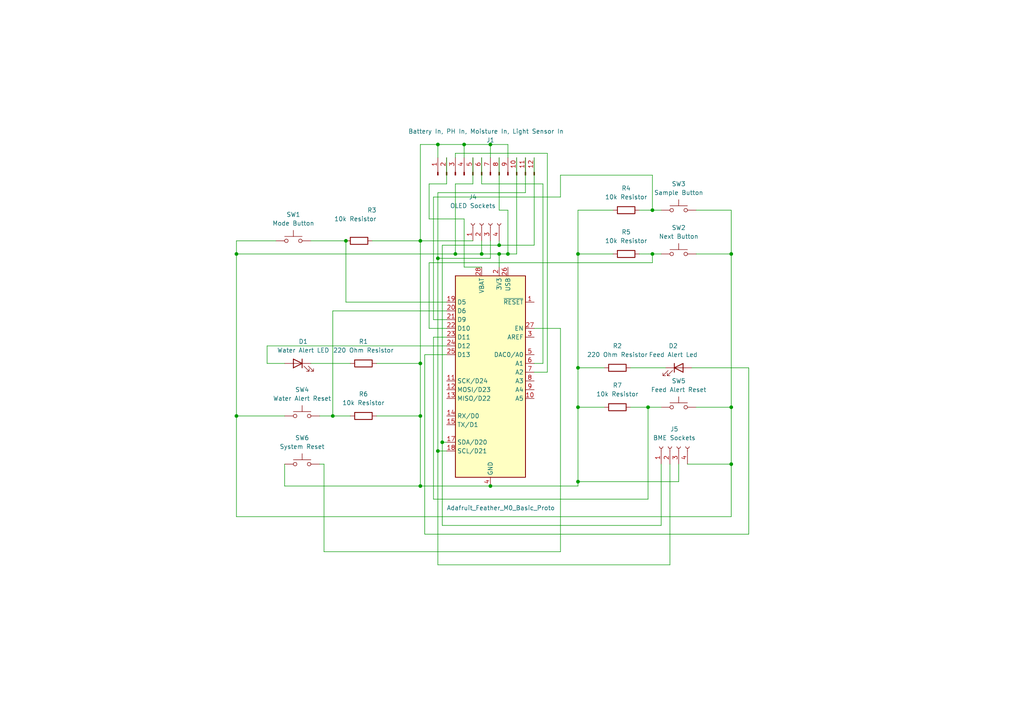
<source format=kicad_sch>
(kicad_sch (version 20230121) (generator eeschema)
  (paper "A4")
  (lib_symbols
    (symbol "Connector:Conn_01x04_Socket" (pin_names (offset 1.016) hide)
      (property "Reference" "J" (at 0 5.08 0))
      (property "Value" "Conn_01x04_Socket" (at 0 -7.62 0))
      (symbol "Conn_01x04_Socket_1_1"
        (arc (start 0 -4.572) (mid -0.5058 -5.08) (end 0 -5.588) (stroke (width 0.1524)))
        (arc (start 0 -2.032) (mid -0.5058 -2.54) (end 0 -3.048) (stroke (width 0.1524)))
        (polyline (pts (xy -1.27 -5.08) (xy -0.508 -5.08)) (stroke (width 0.1524)))
        (polyline (pts (xy -1.27 -2.54) (xy -0.508 -2.54)) (stroke (width 0.1524)))
        (polyline (pts (xy -1.27 0) (xy -0.508 0)) (stroke (width 0.1524)))
        (polyline (pts (xy -1.27 2.54) (xy -0.508 2.54)) (stroke (width 0.1524)))
        (arc (start 0 0.508) (mid -0.5058 0) (end 0 -0.508) (stroke (width 0.1524)))
        (arc (start 0 3.048) (mid -0.5058 2.54) (end 0 2.032) (stroke (width 0.1524)))
        (pin passive line (at -5.08 2.54 0) (length 3.81) (name "Pin_1") (number "1"))
        (pin passive line (at -5.08 0 0) (length 3.81) (name "Pin_2") (number "2"))
        (pin passive line (at -5.08 -2.54 0) (length 3.81) (name "Pin_3") (number "3"))
        (pin passive line (at -5.08 -5.08 0) (length 3.81) (name "Pin_4") (number "4"))
      )
    )
    (symbol "Connector:Conn_01x12_Pin" (pin_names (offset 1.016) hide)
      (property "Reference" "J" (at 0 15.24 0))
      (property "Value" "Conn_01x12_Pin" (at 0 -17.78 0))
      (symbol "Conn_01x12_Pin_1_1"
        (polyline (pts (xy 1.27 -15.24) (xy 0.8636 -15.24)) (stroke (width 0.1524)))
        (polyline (pts (xy 1.27 -12.7) (xy 0.8636 -12.7)) (stroke (width 0.1524)))
        (polyline (pts (xy 1.27 -10.16) (xy 0.8636 -10.16)) (stroke (width 0.1524)))
        (polyline (pts (xy 1.27 -7.62) (xy 0.8636 -7.62)) (stroke (width 0.1524)))
        (polyline (pts (xy 1.27 -5.08) (xy 0.8636 -5.08)) (stroke (width 0.1524)))
        (polyline (pts (xy 1.27 -2.54) (xy 0.8636 -2.54)) (stroke (width 0.1524)))
        (polyline (pts (xy 1.27 0) (xy 0.8636 0)) (stroke (width 0.1524)))
        (polyline (pts (xy 1.27 2.54) (xy 0.8636 2.54)) (stroke (width 0.1524)))
        (polyline (pts (xy 1.27 5.08) (xy 0.8636 5.08)) (stroke (width 0.1524)))
        (polyline (pts (xy 1.27 7.62) (xy 0.8636 7.62)) (stroke (width 0.1524)))
        (polyline (pts (xy 1.27 10.16) (xy 0.8636 10.16)) (stroke (width 0.1524)))
        (polyline (pts (xy 1.27 12.7) (xy 0.8636 12.7)) (stroke (width 0.1524)))
        (rectangle (start 0.8636 -15.113) (end 0 -15.367) (stroke (width 0.1524)) (fill (type outline)))
        (rectangle (start 0.8636 -12.573) (end 0 -12.827) (stroke (width 0.1524)) (fill (type outline)))
        (rectangle (start 0.8636 -10.033) (end 0 -10.287) (stroke (width 0.1524)) (fill (type outline)))
        (rectangle (start 0.8636 -7.493) (end 0 -7.747) (stroke (width 0.1524)) (fill (type outline)))
        (rectangle (start 0.8636 -4.953) (end 0 -5.207) (stroke (width 0.1524)) (fill (type outline)))
        (rectangle (start 0.8636 -2.413) (end 0 -2.667) (stroke (width 0.1524)) (fill (type outline)))
        (rectangle (start 0.8636 0.127) (end 0 -0.127) (stroke (width 0.1524)) (fill (type outline)))
        (rectangle (start 0.8636 2.667) (end 0 2.413) (stroke (width 0.1524)) (fill (type outline)))
        (rectangle (start 0.8636 5.207) (end 0 4.953) (stroke (width 0.1524)) (fill (type outline)))
        (rectangle (start 0.8636 7.747) (end 0 7.493) (stroke (width 0.1524)) (fill (type outline)))
        (rectangle (start 0.8636 10.287) (end 0 10.033) (stroke (width 0.1524)) (fill (type outline)))
        (rectangle (start 0.8636 12.827) (end 0 12.573) (stroke (width 0.1524)) (fill (type outline)))
        (pin passive line (at 5.08 12.7 180) (length 3.81) (name "Pin_1") (number "1"))
        (pin passive line (at 5.08 -10.16 180) (length 3.81) (name "Pin_10") (number "10"))
        (pin passive line (at 5.08 -12.7 180) (length 3.81) (name "Pin_11") (number "11"))
        (pin passive line (at 5.08 -15.24 180) (length 3.81) (name "Pin_12") (number "12"))
        (pin passive line (at 5.08 10.16 180) (length 3.81) (name "Pin_2") (number "2"))
        (pin passive line (at 5.08 7.62 180) (length 3.81) (name "Pin_3") (number "3"))
        (pin passive line (at 5.08 5.08 180) (length 3.81) (name "Pin_4") (number "4"))
        (pin passive line (at 5.08 2.54 180) (length 3.81) (name "Pin_5") (number "5"))
        (pin passive line (at 5.08 0 180) (length 3.81) (name "Pin_6") (number "6"))
        (pin passive line (at 5.08 -2.54 180) (length 3.81) (name "Pin_7") (number "7"))
        (pin passive line (at 5.08 -5.08 180) (length 3.81) (name "Pin_8") (number "8"))
        (pin passive line (at 5.08 -7.62 180) (length 3.81) (name "Pin_9") (number "9"))
      )
    )
    (symbol "Device:LED" (pin_numbers hide) (pin_names (offset 1.016) hide)
      (property "Reference" "D" (at 0 2.54 0))
      (property "Value" "LED" (at 0 -2.54 0))
      (symbol "LED_0_1"
        (polyline (pts (xy -1.27 -1.27) (xy -1.27 1.27)) (stroke (width 0.254)))
        (polyline (pts (xy -1.27 0) (xy 1.27 0)))
        (polyline (pts (xy 1.27 -1.27) (xy 1.27 1.27) (xy -1.27 0) (xy 1.27 -1.27)) (stroke (width 0.254)))
        (polyline (pts (xy -3.048 -0.762) (xy -4.572 -2.286) (xy -3.81 -2.286) (xy -4.572 -2.286) (xy -4.572 -1.524)))
        (polyline (pts (xy -1.778 -0.762) (xy -3.302 -2.286) (xy -2.54 -2.286) (xy -3.302 -2.286) (xy -3.302 -1.524)))
      )
      (symbol "LED_1_1"
        (pin passive line (at -3.81 0 0) (length 2.54) (name "K") (number "1"))
        (pin passive line (at 3.81 0 180) (length 2.54) (name "A") (number "2"))
      )
    )
    (symbol "Device:R" (pin_numbers hide) (pin_names (offset 0))
      (property "Reference" "R" (at 2.032 0 90))
      (property "Value" "R" (at 0 0 90))
      (symbol "R_0_1"
        (rectangle (start -1.016 -2.54) (end 1.016 2.54) (stroke (width 0.254)))
      )
      (symbol "R_1_1"
        (pin passive line (at 0 3.81 270) (length 1.27) (name "~") (number "1"))
        (pin passive line (at 0 -3.81 90) (length 1.27) (name "~") (number "2"))
      )
    )
    (symbol "MCU_Module:Adafruit_Feather_M0_Basic_Proto"
      (property "Reference" "A" (at -10.16 29.21 0))
      (property "Value" "Adafruit_Feather_M0_Basic_Proto" (at 2.54 -31.75 0))
      (symbol "Adafruit_Feather_M0_Basic_Proto_0_1"
        (rectangle (start -10.16 27.94) (end 10.16 -30.48) (stroke (width 0.254)) (fill (type background)))
      )
      (symbol "Adafruit_Feather_M0_Basic_Proto_1_1"
        (pin input line (at 12.7 20.32 180) (length 2.54) (name "~{RESET}") (number "1"))
        (pin bidirectional line (at 12.7 -7.62 180) (length 2.54) (name "A5") (number "10"))
        (pin bidirectional line (at -12.7 -2.54 0) (length 2.54) (name "SCK/D24") (number "11"))
        (pin bidirectional line (at -12.7 -5.08 0) (length 2.54) (name "MOSI/D23") (number "12"))
        (pin bidirectional line (at -12.7 -7.62 0) (length 2.54) (name "MISO/D22") (number "13"))
        (pin bidirectional line (at -12.7 -12.7 0) (length 2.54) (name "RX/D0") (number "14"))
        (pin bidirectional line (at -12.7 -15.24 0) (length 2.54) (name "TX/D1") (number "15"))
        (pin passive line (at 0 -33.02 90) (length 2.54) hide (name "GND") (number "16"))
        (pin bidirectional line (at -12.7 -20.32 0) (length 2.54) (name "SDA/D20") (number "17"))
        (pin bidirectional line (at -12.7 -22.86 0) (length 2.54) (name "SCL/D21") (number "18"))
        (pin bidirectional line (at -12.7 20.32 0) (length 2.54) (name "D5") (number "19"))
        (pin power_in line (at 2.54 30.48 270) (length 2.54) (name "3V3") (number "2"))
        (pin bidirectional line (at -12.7 17.78 0) (length 2.54) (name "D6") (number "20"))
        (pin bidirectional line (at -12.7 15.24 0) (length 2.54) (name "D9") (number "21"))
        (pin bidirectional line (at -12.7 12.7 0) (length 2.54) (name "D10") (number "22"))
        (pin bidirectional line (at -12.7 10.16 0) (length 2.54) (name "D11") (number "23"))
        (pin bidirectional line (at -12.7 7.62 0) (length 2.54) (name "D12") (number "24"))
        (pin bidirectional line (at -12.7 5.08 0) (length 2.54) (name "D13") (number "25"))
        (pin power_in line (at 5.08 30.48 270) (length 2.54) (name "USB") (number "26"))
        (pin input line (at 12.7 12.7 180) (length 2.54) (name "EN") (number "27"))
        (pin power_in line (at -2.54 30.48 270) (length 2.54) (name "VBAT") (number "28"))
        (pin input line (at 12.7 10.16 180) (length 2.54) (name "AREF") (number "3"))
        (pin power_in line (at 0 -33.02 90) (length 2.54) (name "GND") (number "4"))
        (pin bidirectional line (at 12.7 5.08 180) (length 2.54) (name "DAC0/A0") (number "5"))
        (pin bidirectional line (at 12.7 2.54 180) (length 2.54) (name "A1") (number "6"))
        (pin bidirectional line (at 12.7 0 180) (length 2.54) (name "A2") (number "7"))
        (pin bidirectional line (at 12.7 -2.54 180) (length 2.54) (name "A3") (number "8"))
        (pin bidirectional line (at 12.7 -5.08 180) (length 2.54) (name "A4") (number "9"))
      )
    )
    (symbol "Switch:SW_Push" (pin_numbers hide) (pin_names (offset 1.016) hide)
      (property "Reference" "SW" (at 1.27 2.54 0))
      (property "Value" "SW_Push" (at 0 -1.524 0))
      (symbol "SW_Push_0_1"
        (circle (center -2.032 0) (radius 0.508))
        (polyline (pts (xy 0 1.27) (xy 0 3.048)))
        (polyline (pts (xy 2.54 1.27) (xy -2.54 1.27)))
        (circle (center 2.032 0) (radius 0.508))
        (pin passive line (at -5.08 0 0) (length 2.54) (name "1") (number "1"))
        (pin passive line (at 5.08 0 180) (length 2.54) (name "2") (number "2"))
      )
    )
  )
  (junction (at 167.64 73.66))
  (junction (at 121.92 120.65))
  (junction (at 121.92 69.85))
  (junction (at 187.96 118.11))
  (junction (at 132.08 73.66))
  (junction (at 142.24 41.91))
  (junction (at 142.24 140.97))
  (junction (at 121.92 105.41))
  (junction (at 68.58 120.65))
  (junction (at 212.09 73.66))
  (junction (at 127 74.93))
  (junction (at 189.23 60.96))
  (junction (at 68.58 73.66))
  (junction (at 212.09 118.11))
  (junction (at 121.92 140.97))
  (junction (at 134.62 41.91))
  (junction (at 127 130.81))
  (junction (at 96.52 120.65))
  (junction (at 100.33 69.85))
  (junction (at 127 41.91))
  (junction (at 167.64 118.11))
  (junction (at 144.78 73.66))
  (junction (at 212.09 134.62))
  (junction (at 147.32 73.66))
  (junction (at 144.78 71.12))
  (junction (at 167.64 106.68))
  (junction (at 128.27 128.27))
  (junction (at 167.64 139.7))
  (junction (at 189.23 73.66))
  (junction (at 139.7 73.66))
  (wire (pts (xy 68.58 73.66) (xy 68.58 120.65)))
  (wire (pts (xy 185.42 73.66) (xy 189.23 73.66)))
  (wire (pts (xy 124.46 76.2) (xy 189.23 76.2)))
  (wire (pts (xy 147.32 60.96) (xy 147.32 73.66)))
  (wire (pts (xy 124.46 53.34) (xy 124.46 63.5)))
  (wire (pts (xy 142.24 69.85) (xy 142.24 74.93)))
  (wire (pts (xy 90.17 105.41) (xy 101.6 105.41)))
  (wire (pts (xy 162.56 57.15) (xy 125.73 57.15)))
  (wire (pts (xy 162.56 95.25) (xy 162.56 160.02)))
  (wire (pts (xy 134.62 63.5) (xy 134.62 77.47)))
  (wire (pts (xy 100.33 69.85) (xy 100.33 87.63)))
  (wire (pts (xy 167.64 73.66) (xy 177.8 73.66)))
  (wire (pts (xy 127 41.91) (xy 134.62 41.91)))
  (wire (pts (xy 123.19 154.94) (xy 217.17 154.94)))
  (wire (pts (xy 124.46 76.2) (xy 124.46 95.25)))
  (wire (pts (xy 123.19 102.87) (xy 123.19 154.94)))
  (wire (pts (xy 142.24 74.93) (xy 127 74.93)))
  (wire (pts (xy 144.78 77.47) (xy 144.78 73.66)))
  (wire (pts (xy 201.93 118.11) (xy 212.09 118.11)))
  (wire (pts (xy 127 74.93) (xy 127 130.81)))
  (wire (pts (xy 144.78 45.72) (xy 144.78 60.96)))
  (wire (pts (xy 68.58 69.85) (xy 68.58 73.66)))
  (wire (pts (xy 127 55.88) (xy 152.4 55.88)))
  (wire (pts (xy 128.27 128.27) (xy 128.27 71.12)))
  (wire (pts (xy 142.24 140.97) (xy 167.64 140.97)))
  (wire (pts (xy 154.94 45.72) (xy 154.94 71.12)))
  (wire (pts (xy 144.78 71.12) (xy 144.78 69.85)))
  (wire (pts (xy 144.78 73.66) (xy 139.7 73.66)))
  (wire (pts (xy 127 130.81) (xy 127 163.83)))
  (wire (pts (xy 182.88 118.11) (xy 187.96 118.11)))
  (wire (pts (xy 162.56 160.02) (xy 93.98 160.02)))
  (wire (pts (xy 217.17 106.68) (xy 200.66 106.68)))
  (wire (pts (xy 152.4 55.88) (xy 152.4 45.72)))
  (wire (pts (xy 107.95 69.85) (xy 121.92 69.85)))
  (wire (pts (xy 167.64 140.97) (xy 167.64 139.7)))
  (wire (pts (xy 201.93 73.66) (xy 212.09 73.66)))
  (wire (pts (xy 199.39 134.62) (xy 212.09 134.62)))
  (wire (pts (xy 149.86 73.66) (xy 147.32 73.66)))
  (wire (pts (xy 147.32 73.66) (xy 144.78 73.66)))
  (wire (pts (xy 121.92 41.91) (xy 121.92 69.85)))
  (wire (pts (xy 125.73 92.71) (xy 129.54 92.71)))
  (wire (pts (xy 212.09 73.66) (xy 212.09 60.96)))
  (wire (pts (xy 93.98 160.02) (xy 93.98 134.62)))
  (wire (pts (xy 77.47 100.33) (xy 77.47 105.41)))
  (wire (pts (xy 128.27 128.27) (xy 128.27 152.4)))
  (wire (pts (xy 124.46 63.5) (xy 134.62 63.5)))
  (wire (pts (xy 100.33 87.63) (xy 129.54 87.63)))
  (wire (pts (xy 121.92 120.65) (xy 121.92 105.41)))
  (wire (pts (xy 121.92 69.85) (xy 137.16 69.85)))
  (wire (pts (xy 162.56 50.8) (xy 162.56 57.15)))
  (wire (pts (xy 68.58 120.65) (xy 82.55 120.65)))
  (wire (pts (xy 127 130.81) (xy 129.54 130.81)))
  (wire (pts (xy 187.96 118.11) (xy 187.96 144.78)))
  (wire (pts (xy 189.23 60.96) (xy 189.23 50.8)))
  (wire (pts (xy 132.08 45.72) (xy 132.08 44.45)))
  (wire (pts (xy 167.64 106.68) (xy 167.64 118.11)))
  (wire (pts (xy 212.09 134.62) (xy 212.09 149.86)))
  (wire (pts (xy 132.08 53.34) (xy 132.08 73.66)))
  (wire (pts (xy 92.71 120.65) (xy 96.52 120.65)))
  (wire (pts (xy 182.88 106.68) (xy 193.04 106.68)))
  (wire (pts (xy 128.27 71.12) (xy 144.78 71.12)))
  (wire (pts (xy 217.17 154.94) (xy 217.17 106.68)))
  (wire (pts (xy 139.7 69.85) (xy 139.7 73.66)))
  (wire (pts (xy 187.96 118.11) (xy 191.77 118.11)))
  (wire (pts (xy 154.94 95.25) (xy 162.56 95.25)))
  (wire (pts (xy 96.52 90.17) (xy 96.52 120.65)))
  (wire (pts (xy 139.7 73.66) (xy 132.08 73.66)))
  (wire (pts (xy 167.64 60.96) (xy 177.8 60.96)))
  (wire (pts (xy 96.52 120.65) (xy 101.6 120.65)))
  (wire (pts (xy 147.32 45.72) (xy 147.32 41.91)))
  (wire (pts (xy 167.64 60.96) (xy 167.64 73.66)))
  (wire (pts (xy 189.23 50.8) (xy 162.56 50.8)))
  (wire (pts (xy 129.54 53.34) (xy 124.46 53.34)))
  (wire (pts (xy 134.62 41.91) (xy 134.62 45.72)))
  (wire (pts (xy 132.08 44.45) (xy 158.75 44.45)))
  (wire (pts (xy 149.86 45.72) (xy 149.86 73.66)))
  (wire (pts (xy 167.64 118.11) (xy 175.26 118.11)))
  (wire (pts (xy 189.23 73.66) (xy 191.77 73.66)))
  (wire (pts (xy 144.78 60.96) (xy 147.32 60.96)))
  (wire (pts (xy 137.16 45.72) (xy 137.16 53.34)))
  (wire (pts (xy 121.92 41.91) (xy 127 41.91)))
  (wire (pts (xy 127 163.83) (xy 194.31 163.83)))
  (wire (pts (xy 139.7 53.34) (xy 157.48 53.34)))
  (wire (pts (xy 191.77 152.4) (xy 191.77 134.62)))
  (wire (pts (xy 125.73 57.15) (xy 125.73 92.71)))
  (wire (pts (xy 77.47 100.33) (xy 129.54 100.33)))
  (wire (pts (xy 68.58 120.65) (xy 68.58 149.86)))
  (wire (pts (xy 82.55 134.62) (xy 82.55 140.97)))
  (wire (pts (xy 77.47 105.41) (xy 82.55 105.41)))
  (wire (pts (xy 68.58 69.85) (xy 80.01 69.85)))
  (wire (pts (xy 124.46 95.25) (xy 129.54 95.25)))
  (wire (pts (xy 109.22 120.65) (xy 121.92 120.65)))
  (wire (pts (xy 121.92 140.97) (xy 142.24 140.97)))
  (wire (pts (xy 82.55 140.97) (xy 121.92 140.97)))
  (wire (pts (xy 129.54 45.72) (xy 129.54 53.34)))
  (wire (pts (xy 128.27 152.4) (xy 191.77 152.4)))
  (wire (pts (xy 194.31 163.83) (xy 194.31 134.62)))
  (wire (pts (xy 127 74.93) (xy 127 55.88)))
  (wire (pts (xy 134.62 77.47) (xy 139.7 77.47)))
  (wire (pts (xy 121.92 140.97) (xy 121.92 120.65)))
  (wire (pts (xy 196.85 134.62) (xy 196.85 139.7)))
  (wire (pts (xy 90.17 69.85) (xy 100.33 69.85)))
  (wire (pts (xy 125.73 97.79) (xy 129.54 97.79)))
  (wire (pts (xy 139.7 45.72) (xy 139.7 53.34)))
  (wire (pts (xy 137.16 53.34) (xy 132.08 53.34)))
  (wire (pts (xy 144.78 71.12) (xy 154.94 71.12)))
  (wire (pts (xy 185.42 60.96) (xy 189.23 60.96)))
  (wire (pts (xy 189.23 60.96) (xy 191.77 60.96)))
  (wire (pts (xy 68.58 149.86) (xy 212.09 149.86)))
  (wire (pts (xy 196.85 139.7) (xy 167.64 139.7)))
  (wire (pts (xy 129.54 102.87) (xy 123.19 102.87)))
  (wire (pts (xy 158.75 107.95) (xy 154.94 107.95)))
  (wire (pts (xy 212.09 60.96) (xy 201.93 60.96)))
  (wire (pts (xy 125.73 144.78) (xy 125.73 97.79)))
  (wire (pts (xy 142.24 41.91) (xy 142.24 45.72)))
  (wire (pts (xy 93.98 134.62) (xy 92.71 134.62)))
  (wire (pts (xy 96.52 90.17) (xy 129.54 90.17)))
  (wire (pts (xy 109.22 105.41) (xy 121.92 105.41)))
  (wire (pts (xy 128.27 128.27) (xy 129.54 128.27)))
  (wire (pts (xy 212.09 73.66) (xy 212.09 118.11)))
  (wire (pts (xy 167.64 73.66) (xy 167.64 106.68)))
  (wire (pts (xy 142.24 41.91) (xy 134.62 41.91)))
  (wire (pts (xy 132.08 73.66) (xy 68.58 73.66)))
  (wire (pts (xy 147.32 41.91) (xy 142.24 41.91)))
  (wire (pts (xy 127 41.91) (xy 127 45.72)))
  (wire (pts (xy 157.48 105.41) (xy 154.94 105.41)))
  (wire (pts (xy 157.48 53.34) (xy 157.48 105.41)))
  (wire (pts (xy 158.75 44.45) (xy 158.75 107.95)))
  (wire (pts (xy 167.64 118.11) (xy 167.64 139.7)))
  (wire (pts (xy 121.92 69.85) (xy 121.92 105.41)))
  (wire (pts (xy 189.23 73.66) (xy 189.23 76.2)))
  (wire (pts (xy 187.96 144.78) (xy 125.73 144.78)))
  (wire (pts (xy 175.26 106.68) (xy 167.64 106.68)))
  (wire (pts (xy 212.09 134.62) (xy 212.09 118.11)))
  (symbol (lib_id "Switch:SW_Push") (at 196.85 60.96 0) (unit 1)
    (property "Reference" "SW3" (at 196.85 53.34 0))
    (property "Value" "Sample Button" (at 196.85 55.88 0))
    (property "Footprint" "Button_Switch_THT:SW_PUSH_6mm_H5mm" (effects hide))
  )
  (symbol (lib_id "Switch:SW_Push") (at 85.09 69.85 0) (unit 1)
    (property "Reference" "SW1" (at 85.09 62.23 0))
    (property "Value" "Mode Button" (at 85.09 64.77 0))
    (property "Footprint" "Button_Switch_THT:SW_PUSH_6mm_H5mm" (effects hide))
  )
  (symbol (lib_id "Device:R") (at 105.41 120.65 90) (unit 1)
    (property "Reference" "R6" (at 105.41 114.3 90))
    (property "Value" "10k Resistor" (at 105.41 116.84 90))
    (property "Footprint" "Resistor_THT:R_Axial_DIN0204_L3.6mm_D1.6mm_P5.08mm_Horizontal" (effects hide))
  )
  (symbol (lib_id "Switch:SW_Push") (at 196.85 73.66 0) (unit 1)
    (property "Reference" "SW2" (at 196.85 66.04 0))
    (property "Value" "Next Button" (at 196.85 68.58 0))
    (property "Footprint" "Button_Switch_THT:SW_PUSH_6mm_H5mm" (effects hide))
  )
  (symbol (lib_id "MCU_Module:Adafruit_Feather_M0_Basic_Proto") (at 142.24 107.95 0) (unit 1)
    (property "Reference" "A1" (effects hide))
    (property "Value" "Adafruit_Feather_M0_Basic_Proto" (at 129.54 147.32 0) (effects (justify left)))
    (property "Footprint" "Module:Adafruit_Feather" (effects hide))
    (property "Datasheet" "https://cdn-learn.adafruit.com/downloads/pdf/adafruit-feather-m0-basic-proto.pdf" (effects hide))
  )
  (symbol (lib_id "Device:R") (at 179.07 106.68 90) (unit 1)
    (property "Reference" "R2" (at 179.07 100.33 90))
    (property "Value" "220 Ohm Resistor" (at 179.07 102.87 90))
    (property "Footprint" "Resistor_THT:R_Axial_DIN0204_L3.6mm_D1.6mm_P5.08mm_Horizontal" (effects hide))
  )
  (symbol (lib_id "Device:R") (at 181.61 73.66 90) (unit 1)
    (property "Reference" "R5" (at 181.61 67.31 90))
    (property "Value" "10k Resistor" (at 181.61 69.85 90))
    (property "Footprint" "Resistor_THT:R_Axial_DIN0204_L3.6mm_D1.6mm_P5.08mm_Horizontal" (effects hide))
  )
  (symbol (lib_id "Switch:SW_Push") (at 196.85 118.11 0) (unit 1)
    (property "Reference" "SW5" (at 196.85 110.49 0))
    (property "Value" "Feed Alert Reset" (at 196.85 113.03 0))
    (property "Footprint" "Button_Switch_THT:SW_PUSH_6mm_H5mm" (effects hide))
  )
  (symbol (lib_id "Device:LED") (at 86.36 105.41 0) (mirror y) (unit 1)
    (property "Reference" "D1" (at 87.9475 99.06 0))
    (property "Value" "Water Alert LED" (at 87.9475 101.6 0))
    (property "Footprint" "LED_THT:LED_D3.0mm" (effects hide))
  )
  (symbol (lib_id "Switch:SW_Push") (at 87.63 120.65 0) (unit 1)
    (property "Reference" "SW4" (at 87.63 113.03 0))
    (property "Value" "Water Alert Reset" (at 87.63 115.57 0))
    (property "Footprint" "Button_Switch_THT:SW_PUSH_6mm_H5mm" (effects hide))
  )
  (symbol (lib_id "Connector:Conn_01x12_Pin") (at 139.7 50.8 90) (unit 1)
    (property "Reference" "J1" (at 142.24 40.64 90))
    (property "Value" "Battery In, PH In, Moisture In, Light Sensor In" (at 140.97 38.1 90))
    (property "Footprint" "Connector_PinHeader_2.54mm:PinHeader_1x12_P2.54mm_Horizontal" (effects hide))
  )
  (symbol (lib_id "Connector:Conn_01x04_Socket") (at 194.31 129.54 90) (unit 1)
    (property "Reference" "J5" (at 195.58 124.46 90))
    (property "Value" "BME Sockets" (at 195.58 127 90))
    (property "Footprint" "Connector_PinSocket_2.54mm:PinSocket_1x04_P2.54mm_Vertical" (effects hide))
  )
  (symbol (lib_id "Switch:SW_Push") (at 87.63 134.62 0) (unit 1)
    (property "Reference" "SW6" (at 87.63 127 0))
    (property "Value" "System Reset" (at 87.63 129.54 0))
    (property "Footprint" "Button_Switch_THT:SW_PUSH_6mm_H5mm" (effects hide))
  )
  (symbol (lib_id "Device:R") (at 104.14 69.85 90) (unit 1)
    (property "Reference" "R3" (at 109.22 60.96 90) (effects (justify left)))
    (property "Value" "10k Resistor" (at 109.22 63.5 90) (effects (justify left)))
    (property "Footprint" "Resistor_THT:R_Axial_DIN0204_L3.6mm_D1.6mm_P5.08mm_Horizontal" (effects hide))
  )
  (symbol (lib_id "Connector:Conn_01x04_Socket") (at 139.7 64.77 90) (unit 1)
    (property "Reference" "J4" (at 137.16 57.15 90))
    (property "Value" "OLED Sockets" (at 137.16 59.69 90))
    (property "Footprint" "Connector_PinSocket_2.54mm:PinSocket_1x04_P2.54mm_Vertical" (effects hide))
  )
  (symbol (lib_id "Device:R") (at 179.07 118.11 90) (unit 1)
    (property "Reference" "R7" (at 179.07 111.76 90))
    (property "Value" "10k Resistor" (at 179.07 114.3 90))
    (property "Footprint" "Resistor_THT:R_Axial_DIN0204_L3.6mm_D1.6mm_P5.08mm_Horizontal" (effects hide))
  )
  (symbol (lib_id "Device:R") (at 181.61 60.96 90) (unit 1)
    (property "Reference" "R4" (at 181.61 54.61 90))
    (property "Value" "10k Resistor" (at 181.61 57.15 90))
    (property "Footprint" "Resistor_THT:R_Axial_DIN0204_L3.6mm_D1.6mm_P5.08mm_Horizontal" (effects hide))
  )
  (symbol (lib_id "Device:R") (at 105.41 105.41 90) (unit 1)
    (property "Reference" "R1" (at 105.41 99.06 90))
    (property "Value" "220 Ohm Resistor" (at 105.41 101.6 90))
    (property "Footprint" "Resistor_THT:R_Axial_DIN0204_L3.6mm_D1.6mm_P5.08mm_Horizontal" (effects hide))
  )
  (symbol (lib_id "Device:LED") (at 196.85 106.68 0) (unit 1)
    (property "Reference" "D2" (at 195.2625 100.33 0))
    (property "Value" "Feed Alert Led" (at 195.2625 102.87 0))
    (property "Footprint" "LED_THT:LED_D3.0mm" (effects hide))
  )
)
</source>
